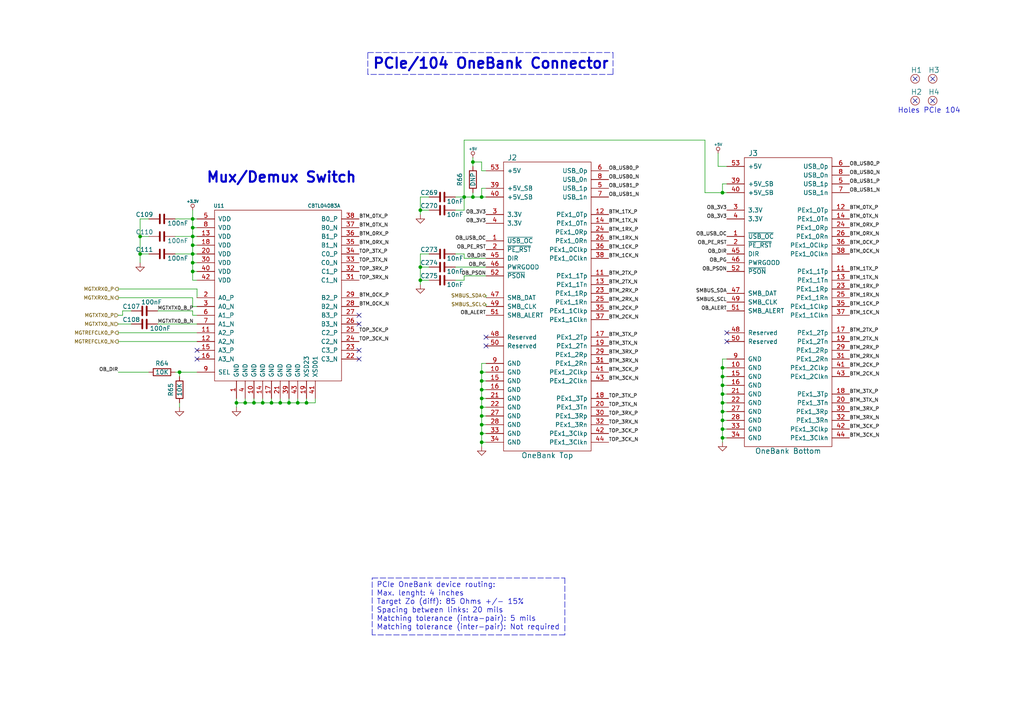
<source format=kicad_sch>
(kicad_sch (version 20250114) (generator "eeschema") (generator_version "9.0")
  (paper "A4")
  (title_block (title "CIAA-ACC PCIe/104 OneBank Connector") (date "2019-08-28") (rev "V1.4") (company "COMPUTADORA INDUSTRIAL ABIERTA ARGENTINA. CIAA-ACC (HPC)") (comment 1 "Authors: See 'doc/CHANGES.txt' file.      License: See 'doc/LICENCIA_CIAA_ACC.txt' file."))
  (lib_symbols
    (symbol "CIAA_ACC:+3.3V" (power) (pin_names (offset 1.016))
      (property "Value" "+3.3V" (at 0 2.286 0))
      (symbol "+3.3V_0_0"
        (pin power_in line (at 0 0 90) (length 0) (hide yes) (name "+3.3V") (number "1"))
      )
      (symbol "+3.3V_0_1"
        (circle (center 0 1.27) (radius 0.508))
        (polyline (pts (xy 0 0) (xy 0 0.762) (xy 0 0.762) (xy 0 0.762)))
      )
    )
    (symbol "CIAA_ACC:+5V" (power) (pin_names (offset 1.016))
      (property "Value" "+5V" (at 0 2.286 0))
      (symbol "+5V_0_0"
        (pin power_in line (at 0 0 90) (length 0) (hide yes) (name "+5V") (number "1"))
      )
      (symbol "+5V_0_1"
        (circle (center 0 1.27) (radius 0.508))
        (polyline (pts (xy 0 0) (xy 0 0.762) (xy 0 0.762) (xy 0 0.762)))
      )
    )
    (symbol "CIAA_ACC:C" (pin_numbers (hide yes)) (pin_names (offset 0.254))
      (property "Reference" "C" (at 0.635 2.54 0))
      (property "Value" "C" (at 0.635 -2.54 0))
      (symbol "C_0_1"
        (polyline (pts (xy -1.27 0.635) (xy 1.27 0.635)) (stroke (width 0.508)))
        (polyline (pts (xy -1.27 -0.635) (xy 1.27 -0.635)) (stroke (width 0.508)))
        (polyline (pts (xy 0 1.016) (xy 0 0.635)))
        (polyline (pts (xy 0 -1.016) (xy 0 -0.635)))
      )
      (symbol "C_1_1"
        (pin passive line (at 0 3.81 270) (length 2.794) (name "~") (number "1"))
        (pin passive line (at 0 -3.81 90) (length 2.794) (name "~") (number "2"))
      )
    )
    (symbol "CIAA_ACC:CBTL04083A" (pin_names (offset 1.016))
      (property "Reference" "U" (at -13.97 0 0))
      (property "Value" "CBTL04083A" (at 17.78 0 0))
      (symbol "CBTL04083A_0_1"
        (rectangle (start -15.24 -1.27) (end 21.59 -50.8))
      )
      (symbol "CBTL04083A_1_1"
        (pin power_in line (at -20.32 -3.81 0) (length 5.08) (name "VDD") (number "5"))
        (pin power_in line (at -20.32 -6.35 0) (length 5.08) (name "VDD") (number "8"))
        (pin power_in line (at -20.32 -8.89 0) (length 5.08) (name "VDD") (number "13"))
        (pin power_in line (at -20.32 -11.43 0) (length 5.08) (name "VDD") (number "18"))
        (pin power_in line (at -20.32 -13.97 0) (length 5.08) (name "VDD") (number "20"))
        (pin power_in line (at -20.32 -16.51 0) (length 5.08) (name "VDD") (number "30"))
        (pin power_in line (at -20.32 -19.05 0) (length 5.08) (name "VDD") (number "40"))
        (pin power_in line (at -20.32 -21.59 0) (length 5.08) (name "VDD") (number "42"))
        (pin bidirectional line (at -20.32 -26.67 0) (length 5.08) (name "A0_P") (number "2"))
        (pin bidirectional line (at -20.32 -29.21 0) (length 5.08) (name "A0_N") (number "3"))
        (pin bidirectional line (at -20.32 -31.75 0) (length 5.08) (name "A1_P") (number "6"))
        (pin bidirectional line (at -20.32 -34.29 0) (length 5.08) (name "A1_N") (number "7"))
        (pin bidirectional line (at -20.32 -36.83 0) (length 5.08) (name "A2_P") (number "11"))
        (pin bidirectional line (at -20.32 -39.37 0) (length 5.08) (name "A2_N") (number "12"))
        (pin bidirectional line (at -20.32 -41.91 0) (length 5.08) (name "A3_P") (number "15"))
        (pin bidirectional line (at -20.32 -44.45 0) (length 5.08) (name "A3_N") (number "16"))
        (pin input line (at -20.32 -48.26 0) (length 5.08) (name "SEL") (number "9"))
        (pin power_in line (at -8.89 -55.88 90) (length 5.08) (name "GND") (number "1"))
        (pin power_in line (at -6.35 -55.88 90) (length 5.08) (name "GND") (number "4"))
        (pin power_in line (at -3.81 -55.88 90) (length 5.08) (name "GND") (number "10"))
        (pin power_in line (at -1.27 -55.88 90) (length 5.08) (name "GND") (number "14"))
        (pin power_in line (at 1.27 -55.88 90) (length 5.08) (name "GND") (number "17"))
        (pin power_in line (at 3.81 -55.88 90) (length 5.08) (name "GND") (number "21"))
        (pin power_in line (at 6.35 -55.88 90) (length 5.08) (name "GND") (number "39"))
        (pin power_in line (at 8.89 -55.88 90) (length 5.08) (name "GND") (number "43"))
        (pin input line (at 11.43 -55.88 90) (length 5.08) (name "XSD23") (number "19"))
        (pin input line (at 13.97 -55.88 90) (length 5.08) (name "XSD01") (number "41"))
        (pin bidirectional line (at 26.67 -3.81 180) (length 5.08) (name "B0_P") (number "38"))
        (pin bidirectional line (at 26.67 -6.35 180) (length 5.08) (name "B0_N") (number "37"))
        (pin bidirectional line (at 26.67 -8.89 180) (length 5.08) (name "B1_P") (number "36"))
        (pin bidirectional line (at 26.67 -11.43 180) (length 5.08) (name "B1_N") (number "35"))
        (pin bidirectional line (at 26.67 -13.97 180) (length 5.08) (name "C0_P") (number "34"))
        (pin bidirectional line (at 26.67 -16.51 180) (length 5.08) (name "C0_N") (number "33"))
        (pin bidirectional line (at 26.67 -19.05 180) (length 5.08) (name "C1_P") (number "32"))
        (pin bidirectional line (at 26.67 -21.59 180) (length 5.08) (name "C1_N") (number "31"))
        (pin bidirectional line (at 26.67 -26.67 180) (length 5.08) (name "B2_P") (number "29"))
        (pin bidirectional line (at 26.67 -29.21 180) (length 5.08) (name "B2_N") (number "28"))
        (pin bidirectional line (at 26.67 -31.75 180) (length 5.08) (name "B3_P") (number "27"))
        (pin bidirectional line (at 26.67 -34.29 180) (length 5.08) (name "B3_N") (number "26"))
        (pin bidirectional line (at 26.67 -36.83 180) (length 5.08) (name "C2_P") (number "25"))
        (pin bidirectional line (at 26.67 -39.37 180) (length 5.08) (name "C2_N") (number "24"))
        (pin bidirectional line (at 26.67 -41.91 180) (length 5.08) (name "C3_P") (number "23"))
        (pin bidirectional line (at 26.67 -44.45 180) (length 5.08) (name "C3_N") (number "22"))
      )
    )
    (symbol "CIAA_ACC:GND" (power) (pin_names (offset 0))
      (property "Value" "GND" (at 0 -3.81 0))
      (symbol "GND_0_1"
        (polyline (pts (xy 0 0) (xy 0 -1.27) (xy 1.27 -1.27) (xy 0 -2.54) (xy -1.27 -1.27) (xy 0 -1.27)))
      )
      (symbol "GND_1_1"
        (pin power_in line (at 0 0 270) (length 0) (hide yes) (name "GND") (number "1"))
      )
    )
    (symbol "CIAA_ACC:OneBank" (pin_names (offset 1.016))
      (property "Reference" "J" (at -11.43 3.81 0))
      (property "Value" "OneBank" (at 7.62 3.81 0))
      (symbol "OneBank_0_1"
        (rectangle (start -12.7 2.54) (end 12.7 -81.28))
      )
      (symbol "OneBank_1_1"
        (pin passive line (at -17.78 0 0) (length 5.08) (name "+5V") (number "53"))
        (pin passive line (at -17.78 -5.08 0) (length 5.08) (name "+5V_SB") (number "39"))
        (pin passive line (at -17.78 -7.62 0) (length 5.08) (name "+5V_SB") (number "40"))
        (pin passive line (at -17.78 -12.7 0) (length 5.08) (name "3.3V") (number "3"))
        (pin passive line (at -17.78 -15.24 0) (length 5.08) (name "3.3V") (number "4"))
        (pin passive line (at -17.78 -20.32 0) (length 5.08) (name "~{USB_OC}") (number "1"))
        (pin passive line (at -17.78 -22.86 0) (length 5.08) (name "~{PE_RST}") (number "2"))
        (pin passive line (at -17.78 -25.4 0) (length 5.08) (name "DIR") (number "45"))
        (pin passive line (at -17.78 -27.94 0) (length 5.08) (name "PWRGOOD") (number "46"))
        (pin passive line (at -17.78 -30.48 0) (length 5.08) (name "~{PSON}") (number "52"))
        (pin passive line (at -17.78 -36.83 0) (length 5.08) (name "SMB_DAT") (number "47"))
        (pin passive line (at -17.78 -39.37 0) (length 5.08) (name "SMB_CLK") (number "49"))
        (pin passive line (at -17.78 -41.91 0) (length 5.08) (name "SMB_ALERT") (number "51"))
        (pin passive line (at -17.78 -48.26 0) (length 5.08) (name "Reserved") (number "48"))
        (pin passive line (at -17.78 -50.8 0) (length 5.08) (name "Reserved") (number "50"))
        (pin passive line (at -17.78 -55.88 0) (length 5.08) (name "GND") (number "9"))
        (pin passive line (at -17.78 -58.42 0) (length 5.08) (name "GND") (number "10"))
        (pin passive line (at -17.78 -60.96 0) (length 5.08) (name "GND") (number "15"))
        (pin passive line (at -17.78 -63.5 0) (length 5.08) (name "GND") (number "16"))
        (pin passive line (at -17.78 -66.04 0) (length 5.08) (name "GND") (number "21"))
        (pin passive line (at -17.78 -68.58 0) (length 5.08) (name "GND") (number "22"))
        (pin passive line (at -17.78 -71.12 0) (length 5.08) (name "GND") (number "27"))
        (pin passive line (at -17.78 -73.66 0) (length 5.08) (name "GND") (number "28"))
        (pin passive line (at -17.78 -76.2 0) (length 5.08) (name "GND") (number "33"))
        (pin passive line (at -17.78 -78.74 0) (length 5.08) (name "GND") (number "34"))
        (pin passive line (at 17.78 0 180) (length 5.08) (name "USB_0p") (number "6"))
        (pin passive line (at 17.78 -2.54 180) (length 5.08) (name "USB_0n") (number "8"))
        (pin passive line (at 17.78 -5.08 180) (length 5.08) (name "USB_1p") (number "5"))
        (pin passive line (at 17.78 -7.62 180) (length 5.08) (name "USB_1n") (number "7"))
        (pin passive line (at 17.78 -12.7 180) (length 5.08) (name "PEx1_0Tp") (number "12"))
        (pin passive line (at 17.78 -15.24 180) (length 5.08) (name "PEx1_0Tn") (number "14"))
        (pin passive line (at 17.78 -17.78 180) (length 5.08) (name "PEx1_0Rp") (number "24"))
        (pin passive line (at 17.78 -20.32 180) (length 5.08) (name "PEx1_0Rn") (number "26"))
        (pin passive line (at 17.78 -22.86 180) (length 5.08) (name "PEx1_0Clkp") (number "36"))
        (pin passive line (at 17.78 -25.4 180) (length 5.08) (name "PEx1_0Clkn") (number "38"))
        (pin passive line (at 17.78 -30.48 180) (length 5.08) (name "PEx1_1Tp") (number "11"))
        (pin passive line (at 17.78 -33.02 180) (length 5.08) (name "PEx1_1Tn") (number "13"))
        (pin passive line (at 17.78 -35.56 180) (length 5.08) (name "PEx1_1Rp") (number "23"))
        (pin passive line (at 17.78 -38.1 180) (length 5.08) (name "PEx1_1Rn") (number "25"))
        (pin passive line (at 17.78 -40.64 180) (length 5.08) (name "PEx1_1Clkp") (number "35"))
        (pin passive line (at 17.78 -43.18 180) (length 5.08) (name "PEx1_1Clkn") (number "37"))
        (pin passive line (at 17.78 -48.26 180) (length 5.08) (name "PEx1_2Tp") (number "17"))
        (pin passive line (at 17.78 -50.8 180) (length 5.08) (name "PEx1_2Tn") (number "19"))
        (pin passive line (at 17.78 -53.34 180) (length 5.08) (name "PEx1_2Rp") (number "29"))
        (pin passive line (at 17.78 -55.88 180) (length 5.08) (name "PEx1_2Rn") (number "31"))
        (pin passive line (at 17.78 -58.42 180) (length 5.08) (name "PEx1_2Clkp") (number "41"))
        (pin passive line (at 17.78 -60.96 180) (length 5.08) (name "PEx1_2Clkn") (number "43"))
        (pin passive line (at 17.78 -66.04 180) (length 5.08) (name "PEx1_3Tp") (number "18"))
        (pin passive line (at 17.78 -68.58 180) (length 5.08) (name "PEx1_3Tn") (number "20"))
        (pin passive line (at 17.78 -71.12 180) (length 5.08) (name "PEx1_3Rp") (number "30"))
        (pin passive line (at 17.78 -73.66 180) (length 5.08) (name "PEx1_3Rn") (number "32"))
        (pin passive line (at 17.78 -76.2 180) (length 5.08) (name "PEx1_3Clkp") (number "42"))
        (pin passive line (at 17.78 -78.74 180) (length 5.08) (name "PEx1_3Clkn") (number "44"))
      )
    )
    (symbol "CIAA_ACC:PCB_HOLE" (pin_numbers (hide yes)) (pin_names (offset 1.016) (hide yes))
      (property "Reference" "H" (at -1.27 3.81 0))
      (property "Value" "PCB_HOLE" (at 1.27 -2.54 0))
      (symbol "PCB_HOLE_0_1"
        (circle (center 0 0) (radius 1.27))
      )
      (symbol "PCB_HOLE_1_1"
        (pin passive line (at 0 0 0) (length 0) (name "1") (number "1"))
      )
    )
    (symbol "CIAA_ACC:R" (pin_numbers (hide yes)) (pin_names (offset 0))
      (property "Reference" "R" (at 2.032 0 90))
      (property "Value" "R" (at 0 0 90))
      (symbol "R_0_1"
        (rectangle (start -1.016 -2.54) (end 1.016 2.54) (stroke (width 0.254)))
      )
      (symbol "R_1_1"
        (pin passive line (at 0 3.81 270) (length 1.27) (name "~") (number "1"))
        (pin passive line (at 0 -3.81 90) (length 1.27) (name "~") (number "2"))
      )
    )
  )
  (text "Holes PCIe 104" (at 260.35 33.02 0) (effects (font (size 1.524 1.524)) (justify left bottom)))
  (text "Mux/Demux Switch" (at 59.69 53.34 0) (effects (font (size 2.9972 2.9972) (thickness 0.5994) (bold yes)) (justify left bottom)))
  (text "PCIe OneBank device routing:\nMax. lenght: 4 inches\nTarget Zo (diff): 85 Ohms +/- 15%\nSpacing between links: 20 mils\nMatching tolerance (intra-pair): 5 mils\nMatching tolerance (inter-pair): Not required" (at 109.22 182.88 0) (effects (font (size 1.524 1.524)) (justify left bottom)))
  (text "PCIe/104 OneBank Connector" (at 107.95 20.32 0) (effects (font (size 2.9972 2.9972) (thickness 0.5994) (bold yes)) (justify left bottom)))
  (junction (at 209.55 106.68))
  (junction (at 209.55 116.84))
  (junction (at 139.7 123.19))
  (junction (at 137.16 57.15))
  (junction (at 55.88 68.58))
  (junction (at 139.7 125.73))
  (junction (at 55.88 73.66))
  (junction (at 88.9 116.84))
  (junction (at 81.28 116.84))
  (junction (at 55.88 76.2))
  (junction (at 134.62 57.15))
  (junction (at 137.16 46.99))
  (junction (at 55.88 66.04))
  (junction (at 73.66 116.84))
  (junction (at 209.55 124.46))
  (junction (at 68.58 116.84))
  (junction (at 121.92 77.47))
  (junction (at 40.64 73.66))
  (junction (at 139.7 120.65))
  (junction (at 139.7 118.11))
  (junction (at 209.55 127))
  (junction (at 55.88 63.5))
  (junction (at 76.2 116.84))
  (junction (at 78.74 116.84))
  (junction (at 139.7 128.27))
  (junction (at 121.92 60.96))
  (junction (at 40.64 68.58))
  (junction (at 55.88 71.12))
  (junction (at 83.82 116.84))
  (junction (at 71.12 116.84))
  (junction (at 209.55 111.76))
  (junction (at 209.55 119.38))
  (junction (at 209.55 109.22))
  (junction (at 121.92 81.28))
  (junction (at 209.55 55.88))
  (junction (at 139.7 115.57))
  (junction (at 52.07 107.95))
  (junction (at 139.7 113.03))
  (junction (at 209.55 114.3))
  (junction (at 139.7 107.95))
  (junction (at 86.36 116.84))
  (junction (at 55.88 78.74))
  (junction (at 139.7 110.49))
  (junction (at 209.55 121.92))
  (junction (at 139.7 57.15))
  (no_connect (at 210.82 96.52))
  (no_connect (at 265.43 22.86))
  (no_connect (at 270.51 22.86))
  (no_connect (at 104.14 91.44))
  (no_connect (at 265.43 29.21))
  (no_connect (at 57.15 104.14))
  (no_connect (at 270.51 29.21))
  (no_connect (at 210.82 99.06))
  (no_connect (at 104.14 104.14))
  (no_connect (at 140.97 100.33))
  (no_connect (at 104.14 93.98))
  (no_connect (at 57.15 101.6))
  (no_connect (at 140.97 97.79))
  (no_connect (at 104.14 101.6))
  (wire (pts (xy 45.72 90.17) (xy 55.88 90.17)))
  (wire (pts (xy 140.97 110.49) (xy 139.7 110.49)))
  (wire (pts (xy 140.97 80.01) (xy 134.62 80.01)))
  (wire (pts (xy 134.62 80.01) (xy 134.62 81.28)))
  (wire (pts (xy 68.58 116.84) (xy 68.58 118.11)))
  (wire (pts (xy 34.29 86.36) (xy 55.88 86.36)))
  (wire (pts (xy 55.88 88.9) (xy 57.15 88.9)))
  (wire (pts (xy 121.92 77.47) (xy 121.92 81.28)))
  (wire (pts (xy 121.92 57.15) (xy 121.92 60.96)))
  (wire (pts (xy 139.7 113.03) (xy 139.7 115.57)))
  (wire (pts (xy 140.97 123.19) (xy 139.7 123.19)))
  (wire (pts (xy 208.28 48.26) (xy 210.82 48.26)))
  (wire (pts (xy 40.64 63.5) (xy 40.64 68.58)))
  (wire (pts (xy 209.55 109.22) (xy 209.55 111.76)))
  (wire (pts (xy 55.88 68.58) (xy 55.88 71.12)))
  (wire (pts (xy 208.28 44.45) (xy 208.28 48.26)))
  (polyline (pts (xy 106.68 15.24) (xy 177.8 15.24)) (stroke (width 0) (type dash)))
  (wire (pts (xy 55.88 63.5) (xy 55.88 66.04)))
  (wire (pts (xy 139.7 125.73) (xy 139.7 128.27)))
  (wire (pts (xy 57.15 83.82) (xy 34.29 83.82)))
  (polyline (pts (xy 177.8 21.59) (xy 106.68 21.59)) (stroke (width 0) (type dash)))
  (wire (pts (xy 43.18 63.5) (xy 40.64 63.5)))
  (wire (pts (xy 140.97 120.65) (xy 139.7 120.65)))
  (wire (pts (xy 91.44 115.57) (xy 91.44 116.84)))
  (wire (pts (xy 73.66 115.57) (xy 73.66 116.84)))
  (wire (pts (xy 209.55 53.34) (xy 209.55 55.88)))
  (wire (pts (xy 88.9 116.84) (xy 86.36 116.84)))
  (wire (pts (xy 210.82 53.34) (xy 209.55 53.34)))
  (wire (pts (xy 137.16 57.15) (xy 137.16 55.88)))
  (wire (pts (xy 121.92 81.28) (xy 121.92 82.55)))
  (wire (pts (xy 210.82 116.84) (xy 209.55 116.84)))
  (wire (pts (xy 209.55 104.14) (xy 209.55 106.68)))
  (wire (pts (xy 210.82 55.88) (xy 209.55 55.88)))
  (wire (pts (xy 210.82 124.46) (xy 209.55 124.46)))
  (wire (pts (xy 121.92 60.96) (xy 121.92 62.23)))
  (wire (pts (xy 134.62 40.64) (xy 134.62 57.15)))
  (wire (pts (xy 57.15 86.36) (xy 57.15 83.82)))
  (wire (pts (xy 71.12 115.57) (xy 71.12 116.84)))
  (wire (pts (xy 121.92 73.66) (xy 121.92 77.47)))
  (wire (pts (xy 35.56 91.44) (xy 35.56 90.17)))
  (wire (pts (xy 52.07 107.95) (xy 57.15 107.95)))
  (wire (pts (xy 50.8 73.66) (xy 55.88 73.66)))
  (wire (pts (xy 140.97 85.725) (xy 140.97 86.36)))
  (wire (pts (xy 139.7 49.53) (xy 140.97 49.53)))
  (wire (pts (xy 139.7 115.57) (xy 139.7 118.11)))
  (wire (pts (xy 210.82 109.22) (xy 209.55 109.22)))
  (wire (pts (xy 139.7 128.27) (xy 139.7 129.54)))
  (wire (pts (xy 209.55 114.3) (xy 209.55 116.84)))
  (wire (pts (xy 209.55 106.68) (xy 209.55 109.22)))
  (wire (pts (xy 209.55 127) (xy 209.55 128.27)))
  (wire (pts (xy 139.7 107.95) (xy 139.7 110.49)))
  (wire (pts (xy 34.29 96.52) (xy 57.15 96.52)))
  (wire (pts (xy 140.97 74.93) (xy 134.62 74.93)))
  (wire (pts (xy 57.15 78.74) (xy 55.88 78.74)))
  (wire (pts (xy 140.97 105.41) (xy 139.7 105.41)))
  (wire (pts (xy 40.64 73.66) (xy 40.64 76.2)))
  (wire (pts (xy 139.7 57.15) (xy 140.97 57.15)))
  (wire (pts (xy 83.82 116.84) (xy 81.28 116.84)))
  (wire (pts (xy 55.88 71.12) (xy 55.88 73.66)))
  (wire (pts (xy 34.29 99.06) (xy 57.15 99.06)))
  (wire (pts (xy 38.1 93.98) (xy 34.29 93.98)))
  (wire (pts (xy 209.55 121.92) (xy 209.55 124.46)))
  (wire (pts (xy 210.82 119.38) (xy 209.55 119.38)))
  (wire (pts (xy 140.97 77.47) (xy 132.08 77.47)))
  (wire (pts (xy 55.88 63.5) (xy 57.15 63.5)))
  (wire (pts (xy 43.18 68.58) (xy 40.64 68.58)))
  (wire (pts (xy 52.07 109.22) (xy 52.07 107.95)))
  (wire (pts (xy 209.55 116.84) (xy 209.55 119.38)))
  (wire (pts (xy 50.8 107.95) (xy 52.07 107.95)))
  (wire (pts (xy 57.15 76.2) (xy 55.88 76.2)))
  (wire (pts (xy 134.62 81.28) (xy 132.08 81.28)))
  (wire (pts (xy 78.74 115.57) (xy 78.74 116.84)))
  (wire (pts (xy 52.07 118.11) (xy 52.07 116.84)))
  (wire (pts (xy 55.88 73.66) (xy 55.88 76.2)))
  (polyline (pts (xy 107.95 167.64) (xy 163.83 167.64)) (stroke (width 0) (type dash)))
  (wire (pts (xy 139.7 120.65) (xy 139.7 123.19)))
  (wire (pts (xy 55.88 90.17) (xy 55.88 91.44)))
  (wire (pts (xy 210.82 114.3) (xy 209.55 114.3)))
  (wire (pts (xy 124.46 77.47) (xy 121.92 77.47)))
  (wire (pts (xy 124.46 73.66) (xy 121.92 73.66)))
  (wire (pts (xy 137.16 45.72) (xy 137.16 46.99)))
  (wire (pts (xy 40.64 68.58) (xy 40.64 73.66)))
  (wire (pts (xy 139.7 46.99) (xy 139.7 49.53)))
  (wire (pts (xy 34.29 107.95) (xy 43.18 107.95)))
  (wire (pts (xy 140.97 107.95) (xy 139.7 107.95)))
  (wire (pts (xy 209.55 119.38) (xy 209.55 121.92)))
  (wire (pts (xy 55.88 66.04) (xy 55.88 68.58)))
  (polyline (pts (xy 106.68 21.59) (xy 106.68 15.24)) (stroke (width 0) (type dash)))
  (wire (pts (xy 140.97 54.61) (xy 139.7 54.61)))
  (wire (pts (xy 210.82 111.76) (xy 209.55 111.76)))
  (wire (pts (xy 68.58 115.57) (xy 68.58 116.84)))
  (wire (pts (xy 57.15 66.04) (xy 55.88 66.04)))
  (wire (pts (xy 137.16 57.15) (xy 139.7 57.15)))
  (wire (pts (xy 209.55 55.88) (xy 204.47 55.88)))
  (wire (pts (xy 86.36 115.57) (xy 86.36 116.84)))
  (polyline (pts (xy 107.95 184.15) (xy 107.95 167.64)) (stroke (width 0) (type dash)))
  (wire (pts (xy 140.97 128.27) (xy 139.7 128.27)))
  (polyline (pts (xy 163.83 184.15) (xy 107.95 184.15)) (stroke (width 0) (type dash)))
  (wire (pts (xy 139.7 110.49) (xy 139.7 113.03)))
  (wire (pts (xy 139.7 123.19) (xy 139.7 125.73)))
  (wire (pts (xy 91.44 116.84) (xy 88.9 116.84)))
  (wire (pts (xy 139.7 118.11) (xy 139.7 120.65)))
  (wire (pts (xy 81.28 115.57) (xy 81.28 116.84)))
  (wire (pts (xy 209.55 124.46) (xy 209.55 127)))
  (wire (pts (xy 40.64 73.66) (xy 43.18 73.66)))
  (wire (pts (xy 210.82 106.68) (xy 209.55 106.68)))
  (wire (pts (xy 71.12 116.84) (xy 68.58 116.84)))
  (wire (pts (xy 140.97 125.73) (xy 139.7 125.73)))
  (wire (pts (xy 132.08 57.15) (xy 134.62 57.15)))
  (wire (pts (xy 210.82 127) (xy 209.55 127)))
  (wire (pts (xy 134.62 73.66) (xy 132.08 73.66)))
  (wire (pts (xy 210.82 104.14) (xy 209.55 104.14)))
  (wire (pts (xy 55.88 91.44) (xy 57.15 91.44)))
  (wire (pts (xy 204.47 40.64) (xy 134.62 40.64)))
  (polyline (pts (xy 163.83 167.64) (xy 163.83 184.15)) (stroke (width 0) (type dash)))
  (wire (pts (xy 83.82 115.57) (xy 83.82 116.84)))
  (wire (pts (xy 76.2 116.84) (xy 73.66 116.84)))
  (wire (pts (xy 209.55 111.76) (xy 209.55 114.3)))
  (wire (pts (xy 73.66 116.84) (xy 71.12 116.84)))
  (wire (pts (xy 137.16 46.99) (xy 139.7 46.99)))
  (wire (pts (xy 134.62 60.96) (xy 132.08 60.96)))
  (wire (pts (xy 34.29 91.44) (xy 35.56 91.44)))
  (wire (pts (xy 55.88 78.74) (xy 55.88 81.28)))
  (polyline (pts (xy 177.8 15.24) (xy 177.8 21.59)) (stroke (width 0) (type dash)))
  (wire (pts (xy 50.8 68.58) (xy 55.88 68.58)))
  (wire (pts (xy 55.88 76.2) (xy 55.88 78.74)))
  (wire (pts (xy 139.7 54.61) (xy 139.7 57.15)))
  (wire (pts (xy 35.56 90.17) (xy 38.1 90.17)))
  (wire (pts (xy 76.2 115.57) (xy 76.2 116.84)))
  (wire (pts (xy 140.97 115.57) (xy 139.7 115.57)))
  (wire (pts (xy 45.72 93.98) (xy 57.15 93.98)))
  (wire (pts (xy 134.62 57.15) (xy 137.16 57.15)))
  (wire (pts (xy 55.88 73.66) (xy 57.15 73.66)))
  (wire (pts (xy 124.46 81.28) (xy 121.92 81.28)))
  (wire (pts (xy 78.74 116.84) (xy 76.2 116.84)))
  (wire (pts (xy 140.97 118.11) (xy 139.7 118.11)))
  (wire (pts (xy 134.62 57.15) (xy 134.62 60.96)))
  (wire (pts (xy 88.9 116.84) (xy 88.9 115.57)))
  (wire (pts (xy 121.92 57.15) (xy 124.46 57.15)))
  (wire (pts (xy 86.36 116.84) (xy 83.82 116.84)))
  (wire (pts (xy 55.88 86.36) (xy 55.88 88.9)))
  (wire (pts (xy 137.16 46.99) (xy 137.16 48.26)))
  (wire (pts (xy 55.88 60.96) (xy 55.88 63.5)))
  (wire (pts (xy 210.82 121.92) (xy 209.55 121.92)))
  (wire (pts (xy 81.28 116.84) (xy 78.74 116.84)))
  (wire (pts (xy 50.8 63.5) (xy 55.88 63.5)))
  (wire (pts (xy 140.97 113.03) (xy 139.7 113.03)))
  (wire (pts (xy 121.92 60.96) (xy 124.46 60.96)))
  (wire (pts (xy 57.15 71.12) (xy 55.88 71.12)))
  (wire (pts (xy 139.7 105.41) (xy 139.7 107.95)))
  (wire (pts (xy 55.88 81.28) (xy 57.15 81.28)))
  (wire (pts (xy 140.97 88.265) (xy 140.97 88.9)))
  (wire (pts (xy 204.47 55.88) (xy 204.47 40.64)))
  (wire (pts (xy 55.88 68.58) (xy 57.15 68.58)))
  (wire (pts (xy 134.62 74.93) (xy 134.62 73.66)))
  (label "OB_3V3" (at 140.97 64.77 180) (effects (font (size 1.016 1.016))))
  (label "BTM_0RX_P" (at 104.14 68.58 0) (effects (font (size 1.016 1.016))))
  (label "BTM_0RX_N" (at 246.38 68.58 0) (effects (font (size 1.016 1.016))))
  (label "BTM_0CK_N" (at 104.14 88.9 0) (effects (font (size 1.016 1.016))))
  (label "BTM_2TX_N" (at 246.38 99.06 0) (effects (font (size 1.016 1.016))))
  (label "OB_USB0_P" (at 176.53 49.53 0) (effects (font (size 1.016 1.016))))
  (label "BTM_1CK_P" (at 176.53 72.39 0) (effects (font (size 1.016 1.016))))
  (label "OB_USB1_P" (at 246.38 53.34 0) (effects (font (size 1.016 1.016))))
  (label "OB_USB0_P" (at 246.38 48.26 0) (effects (font (size 1.016 1.016))))
  (label "BTM_3RX_P" (at 176.53 102.87 0) (effects (font (size 1.016 1.016))))
  (label "BTM_0RX_P" (at 246.38 66.04 0) (effects (font (size 1.016 1.016))))
  (label "OB_PSON" (at 210.82 78.74 180) (effects (font (size 1.016 1.016))))
  (label "BTM_0TX_P" (at 246.38 60.96 0) (effects (font (size 1.016 1.016))))
  (label "BTM_0CK_P" (at 246.38 71.12 0) (effects (font (size 1.016 1.016))))
  (label "BTM_2TX_P" (at 246.38 96.52 0) (effects (font (size 1.016 1.016))))
  (label "BTM_3TX_N" (at 176.53 100.33 0) (effects (font (size 1.016 1.016))))
  (label "TOP_3TX_N" (at 176.53 118.11 0) (effects (font (size 1.016 1.016))))
  (label "TOP_3CK_N" (at 176.53 128.27 0) (effects (font (size 1.016 1.016))))
  (label "BTM_1TX_N" (at 246.38 81.28 0) (effects (font (size 1.016 1.016))))
  (label "BTM_3CK_P" (at 246.38 124.46 0) (effects (font (size 1.016 1.016))))
  (label "BTM_0TX_N" (at 104.14 66.04 0) (effects (font (size 1.016 1.016))))
  (label "TOP_3RX_N" (at 104.14 81.28 0) (effects (font (size 1.016 1.016))))
  (label "BTM_0TX_N" (at 246.38 63.5 0) (effects (font (size 1.016 1.016))))
  (label "BTM_3CK_P" (at 176.53 107.95 0) (effects (font (size 1.016 1.016))))
  (label "BTM_2RX_P" (at 246.38 101.6 0) (effects (font (size 1.016 1.016))))
  (label "BTM_1CK_P" (at 246.38 88.9 0) (effects (font (size 1.016 1.016))))
  (label "OB_USB_OC" (at 210.82 68.58 180) (effects (font (size 1.016 1.016))))
  (label "BTM_1TX_P" (at 176.53 62.23 0) (effects (font (size 1.016 1.016))))
  (label "OB_PSON" (at 140.97 80.01 180) (effects (font (size 1.016 1.016))))
  (label "BTM_3TX_N" (at 246.38 116.84 0) (effects (font (size 1.016 1.016))))
  (label "BTM_3CK_N" (at 246.38 127 0) (effects (font (size 1.016 1.016))))
  (label "BTM_1RX_P" (at 246.38 83.82 0) (effects (font (size 1.016 1.016))))
  (label "BTM_2TX_N" (at 176.53 82.55 0) (effects (font (size 1.016 1.016))))
  (label "OB_3V3" (at 210.82 60.96 180) (effects (font (size 1.016 1.016))))
  (label "TOP_3CK_N" (at 104.14 99.06 0) (effects (font (size 1.016 1.016))))
  (label "BTM_2RX_N" (at 246.38 104.14 0) (effects (font (size 1.016 1.016))))
  (label "OB_PE_RST" (at 210.82 71.12 180) (effects (font (size 1.016 1.016))))
  (label "BTM_1CK_N" (at 246.38 91.44 0) (effects (font (size 1.016 1.016))))
  (label "BTM_3TX_P" (at 176.53 97.79 0) (effects (font (size 1.016 1.016))))
  (label "BTM_2CK_P" (at 246.38 106.68 0) (effects (font (size 1.016 1.016))))
  (label "BTM_1TX_N" (at 176.53 64.77 0) (effects (font (size 1.016 1.016))))
  (label "MGTXTX0_B_P" (at 45.72 90.17 0) (effects (font (size 1.016 1.016))))
  (label "TOP_3CK_P" (at 104.14 96.52 0) (effects (font (size 1.016 1.016))))
  (label "BTM_3RX_N" (at 176.53 105.41 0) (effects (font (size 1.016 1.016))))
  (label "TOP_3CK_P" (at 176.53 125.73 0) (effects (font (size 1.016 1.016))))
  (label "BTM_2CK_N" (at 246.38 109.22 0) (effects (font (size 1.016 1.016))))
  (label "BTM_1RX_P" (at 176.53 67.31 0) (effects (font (size 1.016 1.016))))
  (label "BTM_2RX_P" (at 176.53 85.09 0) (effects (font (size 1.016 1.016))))
  (label "BTM_1RX_N" (at 246.38 86.36 0) (effects (font (size 1.016 1.016))))
  (label "TOP_3TX_P" (at 176.53 115.57 0) (effects (font (size 1.016 1.016))))
  (label "BTM_2CK_N" (at 176.53 92.71 0) (effects (font (size 1.016 1.016))))
  (label "BTM_2RX_N" (at 176.53 87.63 0) (effects (font (size 1.016 1.016))))
  (label "BTM_0CK_P" (at 104.14 86.36 0) (effects (font (size 1.016 1.016))))
  (label "TOP_3RX_P" (at 104.14 78.74 0) (effects (font (size 1.016 1.016))))
  (label "BTM_2TX_P" (at 176.53 80.01 0) (effects (font (size 1.016 1.016))))
  (label "OB_ALERT" (at 140.97 91.44 180) (effects (font (size 1.016 1.016))))
  (label "OB_USB1_N" (at 246.38 55.88 0) (effects (font (size 1.016 1.016))))
  (label "BTM_1CK_N" (at 176.53 74.93 0) (effects (font (size 1.016 1.016))))
  (label "OB_DIR" (at 34.29 107.95 180) (effects (font (size 1.016 1.016))))
  (label "OB_PE_RST" (at 140.97 72.39 180) (effects (font (size 1.016 1.016))))
  (label "OB_USB1_N" (at 176.53 57.15 0) (effects (font (size 1.016 1.016))))
  (label "OB_DIR" (at 210.82 73.66 180) (effects (font (size 1.016 1.016))))
  (label "SMBUS_SCL" (at 210.82 87.63 180) (effects (font (size 1.016 1.016))))
  (label "BTM_3RX_P" (at 246.38 119.38 0) (effects (font (size 1.016 1.016))))
  (label "OB_3V3" (at 140.97 62.23 180) (effects (font (size 1.016 1.016))))
  (label "OB_PG" (at 210.82 76.2 180) (effects (font (size 1.016 1.016))))
  (label "BTM_3TX_P" (at 246.38 114.3 0) (effects (font (size 1.016 1.016))))
  (label "OB_USB0_N" (at 246.38 50.8 0) (effects (font (size 1.016 1.016))))
  (label "OB_USB_OC" (at 140.97 69.85 180) (effects (font (size 1.016 1.016))))
  (label "OB_USB1_P" (at 176.53 54.61 0) (effects (font (size 1.016 1.016))))
  (label "TOP_3RX_N" (at 176.53 123.19 0) (effects (font (size 1.016 1.016))))
  (label "OB_ALERT" (at 210.82 90.17 180) (effects (font (size 1.016 1.016))))
  (label "BTM_1RX_N" (at 176.53 69.85 0) (effects (font (size 1.016 1.016))))
  (label "OB_3V3" (at 210.82 63.5 180) (effects (font (size 1.016 1.016))))
  (label "MGTXTX0_B_N" (at 45.72 93.98 0) (effects (font (size 1.016 1.016))))
  (label "BTM_1TX_P" (at 246.38 78.74 0) (effects (font (size 1.016 1.016))))
  (label "SMBUS_SDA" (at 210.82 85.09 180) (effects (font (size 1.016 1.016))))
  (label "TOP_3RX_P" (at 176.53 120.65 0) (effects (font (size 1.016 1.016))))
  (label "OB_USB0_N" (at 176.53 52.07 0) (effects (font (size 1.016 1.016))))
  (label "BTM_0RX_N" (at 104.14 71.12 0) (effects (font (size 1.016 1.016))))
  (label "BTM_0TX_P" (at 104.14 63.5 0) (effects (font (size 1.016 1.016))))
  (label "BTM_2CK_P" (at 176.53 90.17 0) (effects (font (size 1.016 1.016))))
  (label "TOP_3TX_N" (at 104.14 76.2 0) (effects (font (size 1.016 1.016))))
  (label "OB_DIR" (at 140.97 74.93 180) (effects (font (size 1.016 1.016))))
  (label "BTM_0CK_N" (at 246.38 73.66 0) (effects (font (size 1.016 1.016))))
  (label "TOP_3TX_P" (at 104.14 73.66 0) (effects (font (size 1.016 1.016))))
  (label "BTM_3CK_N" (at 176.53 110.49 0) (effects (font (size 1.016 1.016))))
  (label "BTM_3RX_N" (at 246.38 121.92 0) (effects (font (size 1.016 1.016))))
  (label "OB_PG" (at 140.97 77.47 180) (effects (font (size 1.016 1.016))))
  (hierarchical_label "SMBUS_SDA" (shape bidirectional) (at 140.97 85.725 180) (effects (font (size 1.016 1.016))))
  (hierarchical_label "MGTREFCLK0_P" (shape output) (at 34.29 96.52 180) (effects (font (size 1.016 1.016))))
  (hierarchical_label "MGTXTX0_P" (shape input) (at 34.29 91.44 180) (effects (font (size 1.016 1.016))))
  (hierarchical_label "MGTXTX0_N" (shape input) (at 34.29 93.98 180) (effects (font (size 1.016 1.016))))
  (hierarchical_label "MGTXRX0_P" (shape output) (at 34.29 83.82 180) (effects (font (size 1.016 1.016))))
  (hierarchical_label "MGTXRX0_N" (shape output) (at 34.29 86.36 180) (effects (font (size 1.016 1.016))))
  (hierarchical_label "MGTREFCLK0_N" (shape output) (at 34.29 99.06 180) (effects (font (size 1.016 1.016))))
  (hierarchical_label "SMBUS_SCL" (shape bidirectional) (at 140.97 88.265 180) (effects (font (size 1.016 1.016))))
  (symbol (lib_id "CIAA_ACC:OneBank") (at 158.75 49.53 0) (unit 1)
    (property "Reference" "J2" (at 148.59 45.72 0) (effects (font (size 1.524 1.524))))
    (property "Value" "OneBank Top" (at 158.75 132.08 0) (effects (font (size 1.524 1.524))))
    (property "Footprint" "samtec:ASP-129637-13" (effects (hide yes)))
    (property "Desc" "PCIe104 OneBank Top" (effects (hide yes)))
    (property "Manf" "Samtec" (effects (hide yes)))
    (property "Manf#" "ASP-129637-13" (effects (hide yes)))
  )
  (symbol (lib_id "CIAA_ACC:OneBank") (at 228.6 48.26 0) (unit 1)
    (property "Reference" "J3" (at 218.44 44.45 0) (effects (font (size 1.524 1.524))))
    (property "Value" "OneBank Bottom" (at 228.6 130.81 0) (effects (font (size 1.524 1.524))))
    (property "Footprint" "samtec:ASP-129646-22" (effects (hide yes)))
    (property "Desc" "PCIe104 OneBank Bottom" (effects (hide yes)))
    (property "Manf" "Samtec" (effects (hide yes)))
    (property "Manf#" "ASP-129646-22" (effects (hide yes)))
  )
  (symbol (lib_id "CIAA_ACC:PCB_HOLE") (at 265.43 22.86 0) (unit 1)
    (property "Reference" "H1" (at 264.16 20.32 0) (effects (font (size 1.524 1.524)) (justify left)))
    (property "Value" "PCB_HOLE" (effects (hide yes)))
    (property "Footprint" "misc:PCIE104_HOLE" (effects (hide yes)))
  )
  (symbol (lib_id "CIAA_ACC:PCB_HOLE") (at 265.43 29.21 0) (unit 1)
    (property "Reference" "H2" (at 264.16 26.67 0) (effects (font (size 1.524 1.524)) (justify left)))
    (property "Value" "PCB_HOLE" (effects (hide yes)))
    (property "Footprint" "misc:PCIE104_HOLE" (effects (hide yes)))
  )
  (symbol (lib_id "CIAA_ACC:PCB_HOLE") (at 270.51 22.86 0) (unit 1)
    (property "Reference" "H3" (at 269.24 20.32 0) (effects (font (size 1.524 1.524)) (justify left)))
    (property "Value" "PCB_HOLE" (effects (hide yes)))
    (property "Footprint" "misc:PCIE104_HOLE" (effects (hide yes)))
  )
  (symbol (lib_id "CIAA_ACC:PCB_HOLE") (at 270.51 29.21 0) (unit 1)
    (property "Reference" "H4" (at 269.24 26.67 0) (effects (font (size 1.524 1.524)) (justify left)))
    (property "Value" "PCB_HOLE" (effects (hide yes)))
    (property "Footprint" "misc:PCIE104_HOLE" (effects (hide yes)))
  )
  (symbol (lib_id "CIAA_ACC:GND") (at 139.7 129.54 0) (unit 1)
    (property "Reference" "#PWR0188" (effects (hide yes)))
    (property "Value" "GND" (effects (hide yes)))
  )
  (symbol (lib_id "CIAA_ACC:GND") (at 209.55 128.27 0) (unit 1)
    (property "Reference" "#PWR0189" (effects (hide yes)))
    (property "Value" "GND" (effects (hide yes)))
  )
  (symbol (lib_id "CIAA_ACC:+5V") (at 137.16 45.72 0) (unit 1)
    (property "Reference" "#PWR0190" (effects (hide yes)))
    (property "Value" "+5V" (at 137.16 43.18 0) (effects (font (size 0.762 0.762))))
  )
  (symbol (lib_id "CIAA_ACC:C") (at 46.99 63.5 90) (unit 1)
    (property "Reference" "C109" (at 44.45 62.23 90) (effects (justify left)))
    (property "Value" "100nF" (at 54.61 64.77 90) (effects (justify left)))
    (property "Footprint" "chip_rlc:c_0201" (effects (hide yes)))
    (property "Desc" "CAP CER 0.1UF 10V X5R 0201" (effects (hide yes)))
    (property "Manf" "Murata" (effects (hide yes)))
    (property "Manf#" "GRM033R61A104ME15D" (effects (hide yes)))
    (property "Digikey#" "490-5405-1-ND" (effects (hide yes)))
  )
  (symbol (lib_id "CIAA_ACC:C") (at 46.99 68.58 90) (unit 1)
    (property "Reference" "C110" (at 44.45 67.31 90) (effects (justify left)))
    (property "Value" "100nF" (at 54.61 69.85 90) (effects (justify left)))
    (property "Footprint" "chip_rlc:c_0201" (effects (hide yes)))
    (property "Desc" "CAP CER 0.1UF 10V X5R 0201" (effects (hide yes)))
    (property "Manf" "Murata" (effects (hide yes)))
    (property "Manf#" "GRM033R61A104ME15D" (effects (hide yes)))
    (property "Digikey#" "490-5405-1-ND" (effects (hide yes)))
  )
  (symbol (lib_id "CIAA_ACC:C") (at 46.99 73.66 90) (unit 1)
    (property "Reference" "C111" (at 44.45 72.39 90) (effects (justify left)))
    (property "Value" "100nF" (at 54.61 74.93 90) (effects (justify left)))
    (property "Footprint" "chip_rlc:c_0201" (effects (hide yes)))
    (property "Desc" "CAP CER 0.1UF 10V X5R 0201" (effects (hide yes)))
    (property "Manf" "Murata" (effects (hide yes)))
    (property "Manf#" "GRM033R61A104ME15D" (effects (hide yes)))
    (property "Digikey#" "490-5405-1-ND" (effects (hide yes)))
  )
  (symbol (lib_id "CIAA_ACC:C") (at 41.91 90.17 90) (unit 1)
    (property "Reference" "C107" (at 40.64 88.9 90) (effects (justify left)))
    (property "Value" "100nF" (at 46.99 87.63 90) (effects (justify left)))
    (property "Footprint" "chip_rlc:c_0201" (effects (hide yes)))
    (property "Desc" "CAP CER 0.1UF 10V X5R 0201" (effects (hide yes)))
    (property "Manf" "Murata" (effects (hide yes)))
    (property "Manf#" "GRM033R61A104ME15D" (effects (hide yes)))
    (property "Digikey#" "490-5405-1-ND" (effects (hide yes)))
  )
  (symbol (lib_id "CIAA_ACC:C") (at 41.91 93.98 90) (unit 1)
    (property "Reference" "C108" (at 40.64 92.71 90) (effects (justify left)))
    (property "Value" "100nF" (at 49.53 95.25 90) (effects (justify left)))
    (property "Footprint" "chip_rlc:c_0201" (effects (hide yes)))
    (property "Desc" "CAP CER 0.1UF 10V X5R 0201" (effects (hide yes)))
    (property "Manf" "Murata" (effects (hide yes)))
    (property "Manf#" "GRM033R61A104ME15D" (effects (hide yes)))
    (property "Digikey#" "490-5405-1-ND" (effects (hide yes)))
  )
  (symbol (lib_id "CIAA_ACC:GND") (at 68.58 118.11 0) (unit 1)
    (property "Reference" "#PWR0191" (effects (hide yes)))
    (property "Value" "GND" (effects (hide yes)))
  )
  (symbol (lib_id "CIAA_ACC:GND") (at 40.64 76.2 0) (unit 1)
    (property "Reference" "#PWR0192" (effects (hide yes)))
    (property "Value" "GND" (effects (hide yes)))
  )
  (symbol (lib_id "CIAA_ACC:R") (at 46.99 107.95 270) (unit 1)
    (property "Reference" "R64" (at 46.99 105.41 90))
    (property "Value" "10K" (at 46.99 107.95 90))
    (property "Footprint" "chip_rlc:r_0402" (effects (hide yes)))
    (property "Desc" "RES SMD 10K OHM 5% 1/16W 0402" (effects (hide yes)))
    (property "Manf" "Yageo" (effects (hide yes)))
    (property "Manf#" "RC0402JR-0710KL" (effects (hide yes)))
    (property "Digikey#" "311-10KJRCT-ND" (effects (hide yes)))
  )
  (symbol (lib_id "CIAA_ACC:GND") (at 52.07 118.11 0) (unit 1)
    (property "Reference" "#PWR0193" (effects (hide yes)))
    (property "Value" "GND" (effects (hide yes)))
  )
  (symbol (lib_id "CIAA_ACC:R") (at 137.16 52.07 180) (unit 1)
    (property "Reference" "R66" (at 133.35 52.07 90))
    (property "Value" "DNP" (at 137.16 52.07 90))
    (property "Footprint" "chip_rlc:r_0402" (effects (hide yes)))
  )
  (symbol (lib_id "CIAA_ACC:CBTL04083A") (at 77.47 59.69 0) (unit 1)
    (property "Reference" "U11" (at 63.5 59.69 0) (effects (font (size 1.016 1.016))))
    (property "Value" "CBTL04083A" (at 93.98 59.69 0) (effects (font (size 1.016 1.016))))
    (property "Footprint" "dfn-qfn:HVQFN42" (effects (hide yes)))
    (property "Desc" "IC MUX/DEMUX 2:1 4CH 42HVQFN" (effects (hide yes)))
    (property "Manf" "NXP" (effects (hide yes)))
    (property "Manf#" "CBTL04083ABS,518" (effects (hide yes)))
    (property "Digikey#" "568-6655-1-ND" (effects (hide yes)))
  )
  (symbol (lib_id "CIAA_ACC:+3.3V") (at 55.88 60.96 0) (unit 1)
    (property "Reference" "#PWR0194" (effects (hide yes)))
    (property "Value" "+3.3V" (at 55.88 58.42 0) (effects (font (size 0.762 0.762))))
  )
  (symbol (lib_id "CIAA_ACC:C") (at 128.27 60.96 270) (unit 1)
    (property "Reference" "C270" (at 121.92 59.69 90) (effects (justify left)))
    (property "Value" "10nF" (at 129.54 62.23 90) (effects (justify left)))
    (property "Footprint" "chip_rlc:c_0201" (effects (hide yes)))
    (property "Desc" "10000pF ±10% 16V X5R Ceramic Capacitor -55°C ~ 85°C Surface Mount, MLCC 0201 (0603 Metric) 0.024\" L x 0.012\" W (0.60mm x 0.30mm)" (effects (hide yes)))
    (property "Manf" "Murata" (effects (hide yes)))
    (property "Manf#" "GRM033R61C103KA12D" (effects (hide yes)))
    (property "Digikey#" "490-7223-1-ND" (effects (hide yes)))
  )
  (symbol (lib_id "CIAA_ACC:C") (at 128.27 57.15 270) (unit 1)
    (property "Reference" "C269" (at 121.92 55.88 90) (effects (justify left)))
    (property "Value" "10nF" (at 129.54 58.42 90) (effects (justify left)))
    (property "Footprint" "chip_rlc:c_0201" (effects (hide yes)))
    (property "Desc" "10000pF ±10% 16V X5R Ceramic Capacitor -55°C ~ 85°C Surface Mount, MLCC 0201 (0603 Metric) 0.024\" L x 0.012\" W (0.60mm x 0.30mm)" (effects (hide yes)))
    (property "Manf" "Murata" (effects (hide yes)))
    (property "Manf#" "GRM033R61C103KA12D" (effects (hide yes)))
    (property "Digikey#" "490-7223-1-ND" (effects (hide yes)))
  )
  (symbol (lib_id "CIAA_ACC:GND") (at 121.92 62.23 0) (unit 1)
    (property "Reference" "#PWR0195" (effects (hide yes)))
    (property "Value" "GND" (effects (hide yes)))
  )
  (symbol (lib_id "CIAA_ACC:+5V") (at 208.28 44.45 0) (unit 1)
    (property "Reference" "#PWR0196" (effects (hide yes)))
    (property "Value" "+5V" (at 208.28 41.91 0) (effects (font (size 0.762 0.762))))
  )
  (symbol (lib_id "CIAA_ACC:C") (at 128.27 73.66 270) (unit 1)
    (property "Reference" "C273" (at 121.92 72.39 90) (effects (justify left)))
    (property "Value" "10nF" (at 129.54 74.93 90) (effects (justify left)))
    (property "Footprint" "chip_rlc:c_0201" (effects (hide yes)))
    (property "Desc" "10000pF ±10% 16V X5R Ceramic Capacitor -55°C ~ 85°C Surface Mount, MLCC 0201 (0603 Metric) 0.024\" L x 0.012\" W (0.60mm x 0.30mm)" (effects (hide yes)))
    (property "Manf" "Murata" (effects (hide yes)))
    (property "Manf#" "GRM033R61C103KA12D" (effects (hide yes)))
    (property "Digikey#" "490-7223-1-ND" (effects (hide yes)))
  )
  (symbol (lib_id "CIAA_ACC:C") (at 128.27 77.47 270) (unit 1)
    (property "Reference" "C274" (at 121.92 76.2 90) (effects (justify left)))
    (property "Value" "10nF" (at 129.54 78.74 90) (effects (justify left)))
    (property "Footprint" "chip_rlc:c_0201" (effects (hide yes)))
    (property "Desc" "10000pF ±10% 16V X5R Ceramic Capacitor -55°C ~ 85°C Surface Mount, MLCC 0201 (0603 Metric) 0.024\" L x 0.012\" W (0.60mm x 0.30mm)" (effects (hide yes)))
    (property "Manf" "Murata" (effects (hide yes)))
    (property "Manf#" "GRM033R61C103KA12D" (effects (hide yes)))
    (property "Digikey#" "490-7223-1-ND" (effects (hide yes)))
  )
  (symbol (lib_id "CIAA_ACC:C") (at 128.27 81.28 270) (unit 1)
    (property "Reference" "C275" (at 121.92 80.01 90) (effects (justify left)))
    (property "Value" "10nF" (at 129.54 82.55 90) (effects (justify left)))
    (property "Footprint" "chip_rlc:c_0201" (effects (hide yes)))
    (property "Desc" "10000pF ±10% 16V X5R Ceramic Capacitor -55°C ~ 85°C Surface Mount, MLCC 0201 (0603 Metric) 0.024\" L x 0.012\" W (0.60mm x 0.30mm)" (effects (hide yes)))
    (property "Manf" "Murata" (effects (hide yes)))
    (property "Manf#" "GRM033R61C103KA12D" (effects (hide yes)))
    (property "Digikey#" "490-7223-1-ND" (effects (hide yes)))
  )
  (symbol (lib_id "CIAA_ACC:GND") (at 121.92 82.55 0) (unit 1)
    (property "Reference" "#PWR0197" (effects (hide yes)))
    (property "Value" "GND" (effects (hide yes)))
  )
  (symbol (lib_id "CIAA_ACC:R") (at 52.07 113.03 0) (unit 1)
    (property "Reference" "R65" (at 49.53 113.03 90))
    (property "Value" "10K" (at 52.07 113.03 90))
    (property "Footprint" "chip_rlc:r_0402" (effects (hide yes)))
    (property "Desc" "RES SMD 10K OHM 5% 1/16W 0402" (effects (hide yes)))
    (property "Manf" "Yageo" (effects (hide yes)))
    (property "Manf#" "RC0402JR-0710KL" (effects (hide yes)))
    (property "Digikey#" "311-10KJRCT-ND" (effects (hide yes)))
  )
)
</source>
